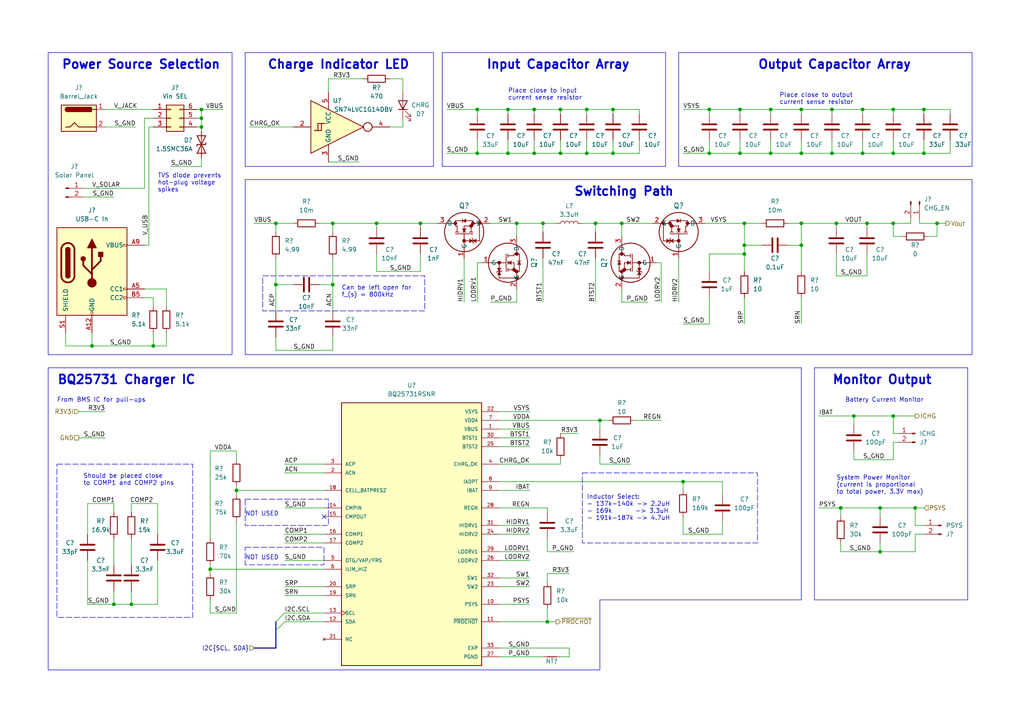
<source format=kicad_sch>
(kicad_sch (version 20231120) (generator "eeschema") (generator_version "8.0")
  (paper "A4")
  (title_block (title "MoP - Charging") (rev "0") (comment 1 "Matvey Regentov"))
  (lib_symbols
    (symbol "74xGxx:SN74LVC1G14DBV"
      (property "Reference" "U" (at -5.08 10.16 0))
      (property "Value" "SN74LVC1G14DBV" (at 20.32 10.16 0))
      (symbol "SN74LVC1G14DBV_1_1"
        (pin no_connect line (at 10.16 0 180) (length 5.08) hide (name "NC") (number "1"))
        (pin input line (at -10.16 0 0) (length 5.08) (name "~") (number "2"))
        (pin power_in line (at 0 -10.16 90) (length 5.08) (name "GND") (number "3"))
        (pin output line (at 17.78 0 180) (length 5.08) (name "~") (number "4"))
        (pin power_in line (at 0 10.16 270) (length 5.08) (name "VCC") (number "5"))
      )
    )
    (symbol "Connector:Barrel_Jack" (pin_names (offset 1.016))
      (property "Reference" "J" (at 0 5.334 0))
      (property "Value" "Barrel_Jack" (at 0 -5.08 0))
      (symbol "Barrel_Jack_1_1"
        (pin passive line (at 7.62 2.54 180) (length 2.54) (name "~") (number "1"))
        (pin passive line (at 7.62 -2.54 180) (length 2.54) (name "~") (number "2"))
      )
    )
    (symbol "Connector:Conn_01x02_Pin" (pin_names (offset 1.016) hide)
      (property "Reference" "J" (at 0 2.54 0))
      (property "Value" "Conn_01x02_Pin" (at 0 -5.08 0))
      (symbol "Conn_01x02_Pin_1_1"
        (pin passive line (at 5.08 0 180) (length 3.81) (name "Pin_1") (number "1"))
        (pin passive line (at 5.08 -2.54 180) (length 3.81) (name "Pin_2") (number "2"))
      )
    )
    (symbol "Connector:USB_C_Receptacle_PowerOnly_6P" (pin_names (offset 1.016))
      (property "Reference" "J" (at 0 16.51 0))
      (property "Value" "USB_C_Receptacle_PowerOnly_6P" (at 0 13.97 0))
      (symbol "USB_C_Receptacle_PowerOnly_6P_1_1"
        (pin passive line (at 0 -17.78 90) (length 5.08) (name "GND") (number "A12"))
        (pin bidirectional line (at 15.24 -5.08 180) (length 5.08) (name "CC1") (number "A5"))
        (pin passive line (at 15.24 7.62 180) (length 5.08) (name "VBUS") (number "A9"))
        (pin passive line (at 0 -17.78 90) (length 5.08) hide (name "GND") (number "B12"))
        (pin bidirectional line (at 15.24 -7.62 180) (length 5.08) (name "CC2") (number "B5"))
        (pin passive line (at 15.24 7.62 180) (length 5.08) hide (name "VBUS") (number "B9"))
        (pin passive line (at -7.62 -17.78 90) (length 5.08) (name "SHIELD") (number "S1"))
      )
    )
    (symbol "Connector_Generic:Conn_02x03_Counter_Clockwise" (pin_names (offset 1.016) hide)
      (property "Reference" "J" (at 1.27 5.08 0))
      (property "Value" "Conn_02x03_Counter_Clockwise" (at 1.27 -5.08 0))
      (symbol "Conn_02x03_Counter_Clockwise_1_1"
        (pin passive line (at -5.08 2.54 0) (length 3.81) (name "Pin_1") (number "1"))
        (pin passive line (at -5.08 0 0) (length 3.81) (name "Pin_2") (number "2"))
        (pin passive line (at -5.08 -2.54 0) (length 3.81) (name "Pin_3") (number "3"))
        (pin passive line (at 7.62 -2.54 180) (length 3.81) (name "Pin_4") (number "4"))
        (pin passive line (at 7.62 0 180) (length 3.81) (name "Pin_5") (number "5"))
        (pin passive line (at 7.62 2.54 180) (length 3.81) (name "Pin_6") (number "6"))
      )
    )
    (symbol "Device:C" (pin_numbers hide) (pin_names (offset 0.254))
      (property "Reference" "C" (at 0.635 2.54 0))
      (property "Value" "C" (at 0.635 -2.54 0))
      (symbol "C_1_1"
        (pin passive line (at 0 3.81 270) (length 2.794) (name "~") (number "1"))
        (pin passive line (at 0 -3.81 90) (length 2.794) (name "~") (number "2"))
      )
    )
    (symbol "Device:D_TVS" (pin_numbers hide) (pin_names (offset 1.016) hide)
      (property "Reference" "D" (at 0 2.54 0))
      (property "Value" "D_TVS" (at 0 -2.54 0))
      (symbol "D_TVS_1_1"
        (pin passive line (at -3.81 0 0) (length 2.54) (name "A1") (number "1"))
        (pin passive line (at 3.81 0 180) (length 2.54) (name "A2") (number "2"))
      )
    )
    (symbol "Device:L" (pin_numbers hide) (pin_names (offset 1.016) hide)
      (property "Reference" "L" (at -1.27 0 90))
      (property "Value" "L" (at 1.905 0 90))
      (symbol "L_1_1"
        (pin passive line (at 0 3.81 270) (length 1.27) (name "1") (number "1"))
        (pin passive line (at 0 -3.81 90) (length 1.27) (name "2") (number "2"))
      )
    )
    (symbol "Device:LED" (pin_numbers hide) (pin_names (offset 1.016) hide)
      (property "Reference" "D" (at 0 2.54 0))
      (property "Value" "LED" (at 0 -2.54 0))
      (symbol "LED_1_1"
        (pin passive line (at -3.81 0 0) (length 2.54) (name "K") (number "1"))
        (pin passive line (at 3.81 0 180) (length 2.54) (name "A") (number "2"))
      )
    )
    (symbol "Device:NetTie_2" (pin_numbers hide) (pin_names (offset 0) hide) (in_bom no)
      (property "Reference" "NT" (at 0 1.27 0))
      (property "Value" "NetTie_2" (at 0 -1.27 0))
      (symbol "NetTie_2_1_1"
        (pin passive line (at -2.54 0 0) (length 2.54) (name "1") (number "1"))
        (pin passive line (at 2.54 0 180) (length 2.54) (name "2") (number "2"))
      )
    )
    (symbol "Device:R" (pin_numbers hide) (pin_names (offset 0))
      (property "Reference" "R" (at 2.032 0 90))
      (property "Value" "R" (at 0 0 90))
      (symbol "R_1_1"
        (pin passive line (at 0 3.81 270) (length 1.27) (name "~") (number "1"))
        (pin passive line (at 0 -3.81 90) (length 1.27) (name "~") (number "2"))
      )
    )
    (symbol "MatsKiLibrary:BQ25731RSNR" (pin_names (offset 1.016))
      (property "Reference" "U" (at -20.32 38.608 0))
      (property "Value" "BQ25731RSNR" (at -20.32 -40.64 0))
      (symbol "BQ25731RSNR_0_0"
        (pin power_in line (at 25.4 30.48 180) (length 5.08) (name "VBUS") (number "1"))
        (pin output line (at 25.4 -20.32 180) (length 5.08) (name "PSYS") (number "10"))
        (pin output line (at 25.4 -25.4 180) (length 5.08) (name "~{PROCHOT}") (number "11"))
        (pin bidirectional line (at -25.4 -25.4 0) (length 5.08) (name "SDA") (number "12"))
        (pin input clock (at -25.4 -22.86 0) (length 5.08) (name "SCL") (number "13"))
        (pin input line (at -25.4 7.62 0) (length 5.08) (name "CMPIN") (number "14"))
        (pin output line (at -25.4 5.08 0) (length 5.08) (name "CMPOUT") (number "15"))
        (pin input line (at -25.4 0 0) (length 5.08) (name "COMP1") (number "16"))
        (pin input line (at -25.4 -2.54 0) (length 5.08) (name "COMP2") (number "17"))
        (pin input line (at -25.4 12.7 0) (length 5.08) (name "CELL_BATPRESZ") (number "18"))
        (pin input line (at -25.4 -17.78 0) (length 5.08) (name "SRN") (number "19"))
        (pin input line (at -25.4 17.78 0) (length 5.08) (name "ACN") (number "2"))
        (pin input line (at -25.4 -15.24 0) (length 5.08) (name "SRP") (number "20"))
        (pin no_connect line (at -25.4 -30.48 0) (length 5.08) (name "NC") (number "21"))
        (pin power_in line (at 25.4 35.56 180) (length 5.08) (name "VSYS") (number "22"))
        (pin output line (at 25.4 -15.24 180) (length 5.08) (name "SW2") (number "23"))
        (pin output line (at 25.4 0 180) (length 5.08) (name "HIDRV2") (number "24"))
        (pin power_in line (at 25.4 25.4 180) (length 5.08) (name "BTST2") (number "25"))
        (pin output line (at 25.4 -7.62 180) (length 5.08) (name "LODRV2") (number "26"))
        (pin power_in line (at 25.4 -35.56 180) (length 5.08) (name "PGND") (number "27"))
        (pin output line (at 25.4 7.62 180) (length 5.08) (name "REGN") (number "28"))
        (pin output line (at 25.4 -5.08 180) (length 5.08) (name "LODRV1") (number "29"))
        (pin input line (at -25.4 20.32 0) (length 5.08) (name "ACP") (number "3"))
        (pin power_in line (at 25.4 27.94 180) (length 5.08) (name "BTST1") (number "30"))
        (pin output line (at 25.4 2.54 180) (length 5.08) (name "HIDRV1") (number "31"))
        (pin output line (at 25.4 -12.7 180) (length 5.08) (name "SW1") (number "32"))
        (pin power_in line (at 25.4 -33.02 180) (length 5.08) (name "EXP") (number "33"))
        (pin output line (at 25.4 20.32 180) (length 5.08) (name "CHRG_OK") (number "4"))
        (pin input line (at -25.4 -7.62 0) (length 5.08) (name "OTG/VAP/FRS") (number "5"))
        (pin input line (at -25.4 -10.16 0) (length 5.08) (name "ILIM_HIZ") (number "6"))
        (pin power_in line (at 25.4 33.02 180) (length 5.08) (name "VDDA") (number "7"))
        (pin output line (at 25.4 15.24 180) (length 5.08) (name "IADPT") (number "8"))
        (pin output line (at 25.4 12.7 180) (length 5.08) (name "IBAT") (number "9"))
      )
    )
    (symbol "MatsKiLibrary:SSM3K341TU_LF" (pin_names (offset 0.254))
      (property "Reference" "Q" (at 3.81 1.27 0))
      (symbol "SSM3K341TU_LF_0_1"
        (pin unspecified line (at -11.43 0 0) (length 2.54) (name "G") (number "1"))
        (pin unspecified line (at -1.27 -7.62 90) (length 2.54) (name "S") (number "2"))
        (pin unspecified line (at -1.27 7.62 270) (length 2.54) (name "D") (number "3"))
      )
    )
  )
  (junction (at 177.8 44.45))
  (junction (at 33.02 175.26))
  (junction (at 223.52 44.45))
  (junction (at 259.08 120.65))
  (junction (at 214.63 31.75))
  (junction (at 267.97 44.45))
  (junction (at 251.46 64.77))
  (junction (at 180.34 64.77))
  (junction (at 121.92 64.77))
  (junction (at 243.84 147.32))
  (junction (at 58.42 36.83))
  (junction (at 223.52 31.75))
  (junction (at 267.97 31.75))
  (junction (at 205.74 44.45))
  (junction (at 170.18 31.75))
  (junction (at 214.63 44.45))
  (junction (at 173.99 121.92))
  (junction (at 68.58 142.24))
  (junction (at 158.75 180.34))
  (junction (at 38.1 175.26))
  (junction (at 215.9 73.66))
  (junction (at 157.48 64.77))
  (junction (at 138.43 44.45))
  (junction (at 232.41 71.12))
  (junction (at 96.52 64.77))
  (junction (at 60.96 165.1))
  (junction (at 250.19 44.45))
  (junction (at 162.56 31.75))
  (junction (at 241.3 44.45))
  (junction (at 170.18 44.45))
  (junction (at 162.56 44.45))
  (junction (at 96.52 82.55))
  (junction (at 58.42 34.29))
  (junction (at 205.74 31.75))
  (junction (at 58.42 31.75))
  (junction (at 198.12 139.7))
  (junction (at 247.65 120.65))
  (junction (at 255.27 160.02))
  (junction (at 177.8 31.75))
  (junction (at 138.43 31.75))
  (junction (at 259.08 64.77))
  (junction (at 259.08 44.45))
  (junction (at 109.22 64.77))
  (junction (at 149.86 64.77))
  (junction (at 241.3 31.75))
  (junction (at 172.72 64.77))
  (junction (at 259.08 31.75))
  (junction (at 80.01 82.55))
  (junction (at 232.41 64.77))
  (junction (at 154.94 31.75))
  (junction (at 80.01 64.77))
  (junction (at 265.43 147.32))
  (junction (at 232.41 31.75))
  (junction (at 250.19 31.75))
  (junction (at 44.45 100.33))
  (junction (at 147.32 44.45))
  (junction (at 215.9 71.12))
  (junction (at 154.94 44.45))
  (junction (at 147.32 31.75))
  (junction (at 26.67 100.33))
  (junction (at 255.27 147.32))
  (junction (at 271.78 64.77))
  (junction (at 242.57 64.77))
  (junction (at 232.41 44.45))
  (junction (at 215.9 64.77))
  (no_connect (at 93.98 149.86))
  (bus_entry (at 82.55 180.34) (size -2.54 2.54))
  (bus_entry (at 82.55 177.8) (size -2.54 2.54))
  (wire (pts (xy 82.55 172.72) (xy 93.98 172.72)))
  (wire (pts (xy 144.78 175.26) (xy 153.67 175.26)))
  (wire (pts (xy 209.55 143.51) (xy 209.55 139.7)))
  (wire (pts (xy 190.5 76.2) (xy 191.77 76.2)))
  (wire (pts (xy 138.43 76.2) (xy 138.43 87.63)))
  (wire (pts (xy 182.88 134.62) (xy 173.99 134.62)))
  (wire (pts (xy 38.1 146.05) (xy 45.72 146.05)))
  (wire (pts (xy 154.94 31.75) (xy 154.94 33.02)))
  (wire (pts (xy 96.52 64.77) (xy 109.22 64.77)))
  (wire (pts (xy 259.08 128.27) (xy 259.08 133.35)))
  (wire (pts (xy 173.99 121.92) (xy 176.53 121.92)))
  (wire (pts (xy 82.55 157.48) (xy 93.98 157.48)))
  (wire (pts (xy 205.74 73.66) (xy 215.9 73.66)))
  (wire (pts (xy 60.96 130.81) (xy 68.58 130.81)))
  (wire (pts (xy 144.78 119.38) (xy 153.67 119.38)))
  (wire (pts (xy 198.12 154.94) (xy 209.55 154.94)))
  (wire (pts (xy 237.49 120.65) (xy 247.65 120.65)))
  (wire (pts (xy 44.45 100.33) (xy 48.26 100.33)))
  (wire (pts (xy 144.78 127) (xy 153.67 127)))
  (wire (pts (xy 129.54 31.75) (xy 138.43 31.75)))
  (wire (pts (xy 232.41 64.77) (xy 242.57 64.77)))
  (wire (pts (xy 38.1 146.05) (xy 38.1 148.59)))
  (wire (pts (xy 172.72 74.93) (xy 172.72 87.63)))
  (wire (pts (xy 60.96 165.1) (xy 93.98 165.1)))
  (wire (pts (xy 157.48 64.77) (xy 161.29 64.77)))
  (wire (pts (xy 215.9 86.36) (xy 215.9 93.98)))
  (wire (pts (xy 80.01 97.79) (xy 80.01 101.6)))
  (wire (pts (xy 243.84 147.32) (xy 237.49 147.32)))
  (wire (pts (xy 25.4 175.26) (xy 25.4 162.56)))
  (wire (pts (xy 232.41 71.12) (xy 232.41 64.77)))
  (wire (pts (xy 109.22 64.77) (xy 121.92 64.77)))
  (polyline (pts (xy 13.97 194.31) (xy 13.97 106.68)))
  (wire (pts (xy 82.55 177.8) (xy 93.98 177.8)))
  (wire (pts (xy 232.41 40.64) (xy 232.41 44.45)))
  (wire (pts (xy 144.78 162.56) (xy 153.67 162.56)))
  (wire (pts (xy 266.7 63.5) (xy 266.7 64.77)))
  (wire (pts (xy 177.8 31.75) (xy 185.42 31.75)))
  (wire (pts (xy 19.05 100.33) (xy 26.67 100.33)))
  (wire (pts (xy 205.74 93.98) (xy 205.74 86.36)))
  (wire (pts (xy 96.52 64.77) (xy 92.71 64.77)))
  (wire (pts (xy 109.22 64.77) (xy 109.22 66.04)))
  (wire (pts (xy 48.26 96.52) (xy 48.26 100.33)))
  (wire (pts (xy 80.01 64.77) (xy 85.09 64.77)))
  (wire (pts (xy 205.74 78.74) (xy 205.74 73.66)))
  (wire (pts (xy 144.78 142.24) (xy 153.67 142.24)))
  (wire (pts (xy 265.43 154.94) (xy 267.97 154.94)))
  (wire (pts (xy 260.35 125.73) (xy 259.08 125.73)))
  (wire (pts (xy 259.08 125.73) (xy 259.08 120.65)))
  (wire (pts (xy 60.96 165.1) (xy 60.96 163.83)))
  (wire (pts (xy 24.13 57.15) (xy 33.02 57.15)))
  (polyline (pts (xy 232.41 173.99) (xy 173.99 173.99)))
  (wire (pts (xy 214.63 44.45) (xy 223.52 44.45)))
  (wire (pts (xy 275.59 40.64) (xy 275.59 44.45)))
  (wire (pts (xy 275.59 44.45) (xy 267.97 44.45)))
  (wire (pts (xy 144.78 167.64) (xy 153.67 167.64)))
  (wire (pts (xy 180.34 64.77) (xy 189.23 64.77)))
  (wire (pts (xy 223.52 31.75) (xy 232.41 31.75)))
  (wire (pts (xy 144.78 160.02) (xy 153.67 160.02)))
  (wire (pts (xy 271.78 64.77) (xy 274.32 64.77)))
  (wire (pts (xy 255.27 157.48) (xy 255.27 160.02)))
  (wire (pts (xy 25.4 146.05) (xy 33.02 146.05)))
  (wire (pts (xy 162.56 44.45) (xy 170.18 44.45)))
  (wire (pts (xy 165.1 166.37) (xy 158.75 166.37)))
  (wire (pts (xy 198.12 139.7) (xy 198.12 142.24)))
  (wire (pts (xy 205.74 40.64) (xy 205.74 44.45)))
  (wire (pts (xy 259.08 68.58) (xy 259.08 64.77)))
  (wire (pts (xy 172.72 64.77) (xy 180.34 64.77)))
  (wire (pts (xy 184.15 121.92) (xy 191.77 121.92)))
  (wire (pts (xy 259.08 120.65) (xy 265.43 120.65)))
  (wire (pts (xy 41.91 71.12) (xy 43.18 71.12)))
  (wire (pts (xy 266.7 64.77) (xy 271.78 64.77)))
  (wire (pts (xy 95.25 22.86) (xy 95.25 26.67)))
  (wire (pts (xy 158.75 148.59) (xy 158.75 147.32)))
  (wire (pts (xy 168.91 64.77) (xy 172.72 64.77)))
  (wire (pts (xy 243.84 157.48) (xy 243.84 160.02)))
  (wire (pts (xy 158.75 176.53) (xy 158.75 180.34)))
  (wire (pts (xy 82.55 180.34) (xy 93.98 180.34)))
  (wire (pts (xy 232.41 86.36) (xy 232.41 93.98)))
  (wire (pts (xy 209.55 151.13) (xy 209.55 154.94)))
  (wire (pts (xy 250.19 44.45) (xy 259.08 44.45)))
  (wire (pts (xy 251.46 66.04) (xy 251.46 64.77)))
  (wire (pts (xy 269.24 68.58) (xy 271.78 68.58)))
  (wire (pts (xy 177.8 44.45) (xy 185.42 44.45)))
  (wire (pts (xy 259.08 120.65) (xy 247.65 120.65)))
  (wire (pts (xy 196.85 74.93) (xy 196.85 87.63)))
  (wire (pts (xy 57.15 31.75) (xy 58.42 31.75)))
  (wire (pts (xy 215.9 64.77) (xy 220.98 64.77)))
  (wire (pts (xy 158.75 180.34) (xy 161.29 180.34)))
  (wire (pts (xy 72.39 36.83) (xy 85.09 36.83)))
  (wire (pts (xy 157.48 74.93) (xy 157.48 87.63)))
  (wire (pts (xy 134.62 74.93) (xy 134.62 87.63)))
  (wire (pts (xy 144.78 147.32) (xy 158.75 147.32)))
  (wire (pts (xy 116.84 26.67) (xy 116.84 22.86)))
  (wire (pts (xy 121.92 64.77) (xy 127 64.77)))
  (wire (pts (xy 109.22 73.66) (xy 109.22 78.74)))
  (wire (pts (xy 162.56 40.64) (xy 162.56 44.45)))
  (wire (pts (xy 154.94 31.75) (xy 162.56 31.75)))
  (wire (pts (xy 267.97 31.75) (xy 267.97 33.02)))
  (wire (pts (xy 33.02 171.45) (xy 33.02 175.26)))
  (polyline (pts (xy 173.99 194.31) (xy 13.97 194.31)))
  (wire (pts (xy 177.8 31.75) (xy 177.8 33.02)))
  (wire (pts (xy 144.78 152.4) (xy 153.67 152.4)))
  (wire (pts (xy 165.1 190.5) (xy 165.1 187.96)))
  (wire (pts (xy 25.4 175.26) (xy 33.02 175.26)))
  (wire (pts (xy 144.78 154.94) (xy 153.67 154.94)))
  (wire (pts (xy 154.94 44.45) (xy 162.56 44.45)))
  (wire (pts (xy 177.8 40.64) (xy 177.8 44.45)))
  (wire (pts (xy 44.45 96.52) (xy 44.45 100.33)))
  (wire (pts (xy 173.99 134.62) (xy 173.99 132.08)))
  (wire (pts (xy 44.45 88.9) (xy 44.45 86.36)))
  (wire (pts (xy 144.78 121.92) (xy 173.99 121.92)))
  (wire (pts (xy 138.43 76.2) (xy 139.7 76.2)))
  (wire (pts (xy 138.43 44.45) (xy 147.32 44.45)))
  (wire (pts (xy 173.99 121.92) (xy 173.99 124.46)))
  (wire (pts (xy 116.84 34.29) (xy 116.84 36.83)))
  (wire (pts (xy 60.96 177.8) (xy 60.96 173.99)))
  (wire (pts (xy 232.41 33.02) (xy 232.41 31.75)))
  (wire (pts (xy 149.86 64.77) (xy 149.86 68.58)))
  (polyline (pts (xy 13.97 106.68) (xy 232.41 106.68)))
  (wire (pts (xy 209.55 139.7) (xy 198.12 139.7)))
  (wire (pts (xy 204.47 64.77) (xy 215.9 64.77)))
  (wire (pts (xy 95.25 22.86) (xy 105.41 22.86)))
  (wire (pts (xy 259.08 40.64) (xy 259.08 44.45)))
  (wire (pts (xy 60.96 130.81) (xy 60.96 156.21)))
  (wire (pts (xy 162.56 133.35) (xy 162.56 134.62)))
  (wire (pts (xy 172.72 64.77) (xy 172.72 67.31)))
  (wire (pts (xy 41.91 54.61) (xy 41.91 34.29)))
  (wire (pts (xy 82.55 147.32) (xy 93.98 147.32)))
  (wire (pts (xy 33.02 156.21) (xy 33.02 163.83)))
  (wire (pts (xy 198.12 31.75) (xy 205.74 31.75)))
  (wire (pts (xy 243.84 160.02) (xy 255.27 160.02)))
  (wire (pts (xy 265.43 152.4) (xy 265.43 147.32)))
  (wire (pts (xy 92.71 82.55) (xy 96.52 82.55)))
  (wire (pts (xy 41.91 86.36) (xy 44.45 86.36)))
  (wire (pts (xy 68.58 133.35) (xy 68.58 130.81)))
  (wire (pts (xy 57.15 34.29) (xy 58.42 34.29)))
  (wire (pts (xy 223.52 40.64) (xy 223.52 44.45)))
  (wire (pts (xy 142.24 64.77) (xy 149.86 64.77)))
  (wire (pts (xy 247.65 133.35) (xy 247.65 130.81)))
  (wire (pts (xy 267.97 44.45) (xy 267.97 40.64)))
  (wire (pts (xy 58.42 31.75) (xy 58.42 34.29)))
  (wire (pts (xy 242.57 64.77) (xy 251.46 64.77)))
  (wire (pts (xy 33.02 146.05) (xy 33.02 148.59)))
  (wire (pts (xy 162.56 190.5) (xy 165.1 190.5)))
  (wire (pts (xy 30.48 31.75) (xy 44.45 31.75)))
  (wire (pts (xy 205.74 33.02) (xy 205.74 31.75)))
  (wire (pts (xy 38.1 156.21) (xy 38.1 163.83)))
  (wire (pts (xy 241.3 33.02) (xy 241.3 31.75)))
  (wire (pts (xy 232.41 64.77) (xy 228.6 64.77)))
  (wire (pts (xy 205.74 44.45) (xy 214.63 44.45)))
  (polyline (pts (xy 173.99 173.99) (xy 173.99 194.31)))
  (wire (pts (xy 147.32 44.45) (xy 154.94 44.45)))
  (wire (pts (xy 45.72 154.94) (xy 45.72 146.05)))
  (wire (pts (xy 265.43 147.32) (xy 255.27 147.32)))
  (wire (pts (xy 180.34 87.63) (xy 180.34 83.82)))
  (wire (pts (xy 214.63 40.64) (xy 214.63 44.45)))
  (wire (pts (xy 247.65 133.35) (xy 259.08 133.35)))
  (wire (pts (xy 265.43 160.02) (xy 265.43 154.94)))
  (wire (pts (xy 214.63 31.75) (xy 223.52 31.75)))
  (wire (pts (xy 162.56 31.75) (xy 162.56 33.02)))
  (wire (pts (xy 149.86 64.77) (xy 157.48 64.77)))
  (wire (pts (xy 80.01 67.31) (xy 80.01 64.77)))
  (wire (pts (xy 255.27 149.86) (xy 255.27 147.32)))
  (wire (pts (xy 96.52 82.55) (xy 96.52 90.17)))
  (wire (pts (xy 170.18 31.75) (xy 170.18 33.02)))
  (wire (pts (xy 80.01 74.93) (xy 80.01 82.55)))
  (wire (pts (xy 147.32 40.64) (xy 147.32 44.45)))
  (wire (pts (xy 259.08 44.45) (xy 267.97 44.45)))
  (wire (pts (xy 243.84 149.86) (xy 243.84 147.32)))
  (wire (pts (xy 259.08 33.02) (xy 259.08 31.75)))
  (wire (pts (xy 45.72 175.26) (xy 38.1 175.26)))
  (wire (pts (xy 158.75 166.37) (xy 158.75 168.91)))
  (wire (pts (xy 187.96 87.63) (xy 180.34 87.63)))
  (wire (pts (xy 41.91 83.82) (xy 48.26 83.82)))
  (wire (pts (xy 147.32 31.75) (xy 154.94 31.75)))
  (wire (pts (xy 142.24 87.63) (xy 149.86 87.63)))
  (wire (pts (xy 58.42 45.72) (xy 58.42 48.26)))
  (bus (pts (xy 80.01 180.34) (xy 80.01 182.88)))
  (wire (pts (xy 68.58 142.24) (xy 68.58 140.97)))
  (wire (pts (xy 250.19 31.75) (xy 259.08 31.75)))
  (wire (pts (xy 198.12 154.94) (xy 198.12 149.86)))
  (wire (pts (xy 267.97 31.75) (xy 259.08 31.75)))
  (wire (pts (xy 241.3 40.64) (xy 241.3 44.45)))
  (wire (pts (xy 215.9 71.12) (xy 220.98 71.12)))
  (wire (pts (xy 24.13 54.61) (xy 41.91 54.61)))
  (wire (pts (xy 158.75 160.02) (xy 158.75 156.21)))
  (wire (pts (xy 82.55 154.94) (xy 93.98 154.94)))
  (wire (pts (xy 170.18 44.45) (xy 177.8 44.45)))
  (wire (pts (xy 26.67 100.33) (xy 44.45 100.33)))
  (wire (pts (xy 232.41 44.45) (xy 241.3 44.45)))
  (wire (pts (xy 80.01 90.17) (xy 80.01 82.55)))
  (wire (pts (xy 232.41 78.74) (xy 232.41 71.12)))
  (polyline (pts (xy 232.41 106.68) (xy 232.41 173.99)))
  (wire (pts (xy 157.48 64.77) (xy 157.48 67.31)))
  (wire (pts (xy 121.92 78.74) (xy 121.92 73.66)))
  (wire (pts (xy 138.43 40.64) (xy 138.43 44.45)))
  (wire (pts (xy 26.67 96.52) (xy 26.67 100.33)))
  (wire (pts (xy 215.9 71.12) (xy 215.9 64.77)))
  (wire (pts (xy 223.52 33.02) (xy 223.52 31.75)))
  (wire (pts (xy 250.19 33.02) (xy 250.19 31.75)))
  (wire (pts (xy 255.27 147.32) (xy 243.84 147.32)))
  (wire (pts (xy 58.42 36.83) (xy 58.42 38.1)))
  (wire (pts (xy 198.12 93.98) (xy 205.74 93.98)))
  (wire (pts (xy 167.64 125.73) (xy 162.56 125.73)))
  (wire (pts (xy 241.3 31.75) (xy 250.19 31.75)))
  (wire (pts (xy 260.35 128.27) (xy 259.08 128.27)))
  (wire (pts (xy 198.12 44.45) (xy 205.74 44.45)))
  (wire (pts (xy 170.18 40.64) (xy 170.18 44.45)))
  (wire (pts (xy 58.42 36.83) (xy 58.42 34.29)))
  (wire (pts (xy 44.45 36.83) (xy 43.18 36.83)))
  (wire (pts (xy 33.02 175.26) (xy 38.1 175.26)))
  (wire (pts (xy 43.18 36.83) (xy 43.18 71.12)))
  (wire (pts (xy 82.55 134.62) (xy 93.98 134.62)))
  (wire (pts (xy 96.52 101.6) (xy 96.52 97.79)))
  (wire (pts (xy 138.43 31.75) (xy 147.32 31.75)))
  (wire (pts (xy 275.59 33.02) (xy 275.59 31.75)))
  (wire (pts (xy 45.72 162.56) (xy 45.72 175.26)))
  (wire (pts (xy 223.52 44.45) (xy 232.41 44.45)))
  (wire (pts (xy 60.96 177.8) (xy 68.58 177.8)))
  (wire (pts (xy 267.97 152.4) (xy 265.43 152.4)))
  (wire (pts (xy 149.86 87.63) (xy 149.86 83.82)))
  (wire (pts (xy 215.9 73.66) (xy 215.9 71.12)))
  (wire (pts (xy 68.58 142.24) (xy 93.98 142.24)))
  (wire (pts (xy 170.18 31.75) (xy 177.8 31.75)))
  (wire (pts (xy 251.46 80.01) (xy 251.46 73.66)))
  (wire (pts (xy 144.78 129.54) (xy 153.67 129.54)))
  (wire (pts (xy 48.26 83.82) (xy 48.26 88.9)))
  (wire (pts (xy 144.78 139.7) (xy 198.12 139.7)))
  (wire (pts (xy 228.6 71.12) (xy 232.41 71.12)))
  (wire (pts (xy 232.41 31.75) (xy 241.3 31.75)))
  (wire (pts (xy 144.78 124.46) (xy 153.67 124.46)))
  (wire (pts (xy 271.78 68.58) (xy 271.78 64.77)))
  (wire (pts (xy 25.4 154.94) (xy 25.4 146.05)))
  (wire (pts (xy 191.77 87.63) (xy 191.77 76.2)))
  (wire (pts (xy 73.66 64.77) (xy 80.01 64.77)))
  (bus (pts (xy 80.01 182.88) (xy 80.01 187.96)))
  (wire (pts (xy 247.65 120.65) (xy 247.65 123.19)))
  (wire (pts (xy 242.57 73.66) (xy 242.57 80.01)))
  (wire (pts (xy 22.86 127) (xy 30.48 127)))
  (wire (pts (xy 264.16 64.77) (xy 259.08 64.77)))
  (wire (pts (xy 138.43 33.02) (xy 138.43 31.75)))
  (wire (pts (xy 116.84 36.83) (xy 113.03 36.83)))
  (wire (pts (xy 144.78 190.5) (xy 157.48 190.5)))
  (wire (pts (xy 250.19 40.64) (xy 250.19 44.45)))
  (wire (pts (xy 96.52 67.31) (xy 96.52 64.77)))
  (wire (pts (xy 147.32 33.02) (xy 147.32 31.75)))
  (wire (pts (xy 242.57 80.01) (xy 251.46 80.01)))
  (wire (pts (xy 154.94 40.64) (xy 154.94 44.45)))
  (wire (pts (xy 267.97 31.75) (xy 275.59 31.75)))
  (wire (pts (xy 261.62 68.58) (xy 259.08 68.58)))
  (wire (pts (xy 162.56 31.75) (xy 170.18 31.75)))
  (wire (pts (xy 166.37 160.02) (xy 158.75 160.02)))
  (wire (pts (xy 259.08 64.77) (xy 251.46 64.77)))
  (wire (pts (xy 38.1 171.45) (xy 38.1 175.26)))
  (wire (pts (xy 144.78 180.34) (xy 158.75 180.34)))
  (wire (pts (xy 205.74 31.75) (xy 214.63 31.75)))
  (bus (pts (xy 73.66 187.96) (xy 80.01 187.96)))
  (wire (pts (xy 49.53 48.26) (xy 58.42 48.26)))
  (wire (pts (xy 82.55 162.56) (xy 93.98 162.56)))
  (wire (pts (xy 144.78 134.62) (xy 162.56 134.62)))
  (wire (pts (xy 121.92 66.04) (xy 121.92 64.77)))
  (wire (pts (xy 185.42 40.64) (xy 185.42 44.45)))
  (wire (pts (xy 96.52 74.93) (xy 96.52 82.55)))
  (wire (pts (xy 30.48 36.83) (xy 39.37 36.83)))
  (wire (pts (xy 57.15 36.83) (xy 58.42 36.83)))
  (wire (pts (xy 68.58 151.13) (xy 68.58 177.8)))
  (wire (pts (xy 68.58 142.24) (xy 68.58 143.51)))
  (wire (pts (xy 264.16 63.5) (xy 264.16 64.77)))
  (wire (pts (xy 241.3 44.45) (xy 250.19 44.45)))
  (wire (pts (xy 144.78 187.96) (xy 165.1 187.96)))
  (wire (pts (xy 144.78 170.18) (xy 153.67 170.18)))
  (wire (pts (xy 58.42 31.75) (xy 64.77 31.75)))
  (wire (pts (xy 109.22 78.74) (xy 121.92 78.74)))
  (wire (pts (xy 19.05 96.52) (xy 19.05 100.33)))
  (wire (pts (xy 180.34 64.77) (xy 180.34 68.58)))
  (wire (pts (xy 95.25 46.99) (xy 104.14 46.99)))
  (wire (pts (xy 41.91 34.29) (xy 44.45 34.29)))
  (wire (pts (xy 80.01 82.55) (xy 85.09 82.55)))
  (wire (pts (xy 215.9 78.74) (xy 215.9 73.66)))
  (wire (pts (xy 265.43 147.32) (xy 267.97 147.32)))
  (wire (pts (xy 185.42 31.75) (xy 185.42 33.02)))
  (wire (pts (xy 82.55 137.16) (xy 93.98 137.16)))
  (wire (pts (xy 82.55 170.18) (xy 93.98 170.18)))
  (wire (pts (xy 255.27 160.02) (xy 265.43 160.02)))
  (wire (pts (xy 242.57 66.04) (xy 242.57 64.77)))
  (wire (pts (xy 129.54 44.45) (xy 138.43 44.45)))
  (wire (pts (xy 22.86 119.38) (xy 30.48 119.38)))
  (wire (pts (xy 80.01 101.6) (xy 96.52 101.6)))
  (wire (pts (xy 60.96 165.1) (xy 60.96 166.37)))
  (wire (pts (xy 116.84 22.86) (xy 113.03 22.86)))
  (wire (pts (xy 214.63 33.02) (xy 214.63 31.75)))
  (rectangle (start 71.12 158.75) (end 93.98 163.83) (stroke (width 0) (type dash)))
  (rectangle (start 71.12 15.24) (end 125.73 48.26))
  (rectangle (start 236.22 106.68) (end 280.67 173.99))
  (rectangle (start 71.12 52.07) (end 281.94 102.87))
  (rectangle (start 13.97 15.24) (end 67.31 102.87))
  (rectangle (start 128.27 15.24) (end 193.04 48.26))
  (rectangle (start 16.51 134.62) (end 55.88 179.07) (stroke (width 0) (type dash)))
  (rectangle (start 71.12 144.78) (end 95.25 152.4) (stroke (width 0) (type dash)))
  (rectangle (start 196.85 15.24) (end 281.94 48.26))
  (rectangle (start 168.91 137.16) (end 219.71 157.48) (stroke (width 0) (type dash)))
  (rectangle (start 76.2 80.01) (end 123.19 90.17) (stroke (width 0) (type dash)))
  (text "Power Source Selection" (at 17.78 20.32 0) (effects (font (size 2.54 2.54) (thickness 0.508) (bold yes)) (justify left bottom)))
  (text "NOT USED" (at 71.12 162.56 0) (effects (font (size 1.27 1.27)) (justify left bottom)))
  (text "Input Capacitor Array" (at 140.97 20.32 0) (effects (font (size 2.54 2.54) (thickness 0.508) (bold yes)) (justify left bottom)))
  (text "Output Capacitor Array" (at 219.71 20.32 0) (effects (font (size 2.54 2.54) (thickness 0.508) (bold yes)) (justify left bottom)))
  (text "Switching Path" (at 166.37 57.15 0) (effects (font (size 2.54 2.54) (thickness 0.508) (bold yes)) (justify left bottom)))
  (text "Can be left open for\nf_(s) = 800kHz" (at 99.06 86.36 0) (effects (font (size 1.27 1.27)) (justify left bottom)))
  (text "Inductor Select:\n- 137k-140k -> 2.2uH\n- 169k       -> 3.3uH\n- 191k-187k -> 4.7uH" (at 170.18 151.13 0) (effects (font (size 1.27 1.27)) (justify left bottom)))
  (text "Battery Current Monitor" (at 245.11 116.84 0) (effects (font (size 1.27 1.27)) (justify left bottom)))
  (text "Place close to output\ncurrent sense resistor" (at 226.06 30.48 0) (effects (font (size 1.27 1.27)) (justify left bottom)))
  (text "Place close to input\ncurrent sense resistor" (at 147.32 29.21 0) (effects (font (size 1.27 1.27)) (justify left bottom)))
  (text "TVS diode prevents\nhot-plug voltage\nspikes" (at 45.72 55.88 0) (effects (font (size 1.27 1.27)) (justify left bottom)))
  (text "NOT USED" (at 71.12 149.86 0) (effects (font (size 1.27 1.27)) (justify left bottom)))
  (text "Should be placed close\nto COMP1 and COMP2 pins" (at 24.13 140.97 0) (effects (font (size 1.27 1.27)) (justify left bottom)))
  (text "From BMS IC for pull-ups" (at 16.51 116.84 0) (effects (font (size 1.27 1.27)) (justify left bottom)))
  (text "System Power Monitor\n(current is proportional\nto total power, 3.3V max)" (at 242.57 143.51 0) (effects (font (size 1.27 1.27)) (justify left bottom)))
  (text "Monitor Output" (at 241.3 111.76 0) (effects (font (size 2.54 2.54) (thickness 0.508) (bold yes)) (justify left bottom)))
  (text "BQ25731 Charger IC" (at 16.51 111.76 0) (effects (font (size 2.54 2.54) (thickness 0.508) (bold yes)) (justify left bottom)))
  (text "Charge Indicator LED" (at 77.47 20.32 0) (effects (font (size 2.54 2.54) (thickness 0.508) (bold yes)) (justify left bottom)))
  (label "R3V3" (at 165.1 166.37 180))
  (label "COMP1" (at 26.67 146.05 0))
  (label "SW2" (at 153.67 170.18 180))
  (label "PSYS" (at 153.67 175.26 180))
  (label "SRN" (at 232.41 93.98 90))
  (label "S_GND" (at 113.03 78.74 0))
  (label "VSYS" (at 198.12 31.75 0))
  (label "S_GND" (at 85.09 101.6 0))
  (label "VSYS" (at 210.82 64.77 180))
  (label "COMP1" (at 82.55 154.94 0))
  (label "P_GND" (at 166.37 160.02 180))
  (label "S_GND" (at 39.37 36.83 180))
  (label "HIDRV2" (at 196.85 87.63 90))
  (label "CHRG_OK" (at 153.67 134.62 180))
  (label "HIDRV2" (at 153.67 154.94 180))
  (label "S_GND" (at 30.48 127 180))
  (label "S_GND" (at 62.23 177.8 0))
  (label "CHRG_OK" (at 72.39 36.83 0))
  (label "BTST2" (at 153.67 129.54 180))
  (label "VDDA" (at 62.23 130.81 0))
  (label "SW1" (at 148.59 64.77 180))
  (label "S_GND" (at 243.84 80.01 0))
  (label "LODRV1" (at 153.67 160.02 180))
  (label "REGN" (at 191.77 121.92 180))
  (label "S_GND" (at 38.1 100.33 180))
  (label "I2C.SDA" (at 82.55 180.34 0))
  (label "I2C.SCL" (at 82.55 177.8 0))
  (label "V_JACK" (at 33.02 31.75 0))
  (label "S_GND" (at 182.88 134.62 180))
  (label "ACN" (at 96.52 88.9 90))
  (label "S_GND" (at 25.4 175.26 0))
  (label "S_GND" (at 129.54 44.45 0))
  (label "V_SOLAR" (at 26.67 54.61 0))
  (label "LODRV2" (at 191.77 87.63 90))
  (label "VDDA" (at 153.67 121.92 180))
  (label "SRN" (at 82.55 172.72 0))
  (label "S_GND" (at 82.55 147.32 0))
  (label "SRP" (at 82.55 170.18 0))
  (label "BTST1" (at 153.67 127 180))
  (label "COMP2" (at 82.55 157.48 0))
  (label "LODRV1" (at 138.43 87.63 90))
  (label "R3V3" (at 167.64 125.73 180))
  (label "VBUS" (at 129.54 31.75 0))
  (label "P_GND" (at 153.67 190.5 180))
  (label "IBAT" (at 153.67 142.24 180))
  (label "BTST1" (at 157.48 87.63 90))
  (label "HIDRV1" (at 134.62 87.63 90))
  (label "REGN" (at 153.67 147.32 180))
  (label "P_GND" (at 142.24 87.63 0))
  (label "S_GND" (at 198.12 44.45 0))
  (label "VSYS" (at 153.67 119.38 180))
  (label "S_GND" (at 256.54 133.35 180))
  (label "S_GND" (at 49.53 48.26 0))
  (label "S_GND" (at 82.55 162.56 0))
  (label "R3V3" (at 101.6 22.86 180))
  (label "BTST2" (at 172.72 87.63 90))
  (label "COMP2" (at 44.45 146.05 180))
  (label "R3V3" (at 30.48 119.38 180))
  (label "IBAT" (at 237.49 120.65 0))
  (label "S_GND" (at 198.12 93.98 0))
  (label "SRP" (at 215.9 93.98 90))
  (label "VBUS" (at 153.67 124.46 180))
  (label "PSYS" (at 237.49 147.32 0))
  (label "ACP" (at 82.55 134.62 0))
  (label "S_GND" (at 246.38 160.02 0))
  (label "VBUS" (at 73.66 64.77 0))
  (label "VOUT" (at 245.11 64.77 0))
  (label "ACP" (at 80.01 88.9 90))
  (label "P_GND" (at 187.96 87.63 180))
  (label "SW2" (at 181.61 64.77 0))
  (label "ACN" (at 82.55 137.16 0))
  (label "S_GND" (at 205.74 154.94 180))
  (label "SW1" (at 153.67 167.64 180))
  (label "S_GND" (at 33.02 57.15 180))
  (label "HIDRV1" (at 153.67 152.4 180))
  (label "S_GND" (at 153.67 187.96 180))
  (label "VBUS" (at 64.77 31.75 180))
  (label "LODRV2" (at 153.67 162.56 180))
  (label "V_USB" (at 43.18 62.23 270))
  (label "S_GND" (at 104.14 46.99 180))
  (hierarchical_label "ICHG" (shape output) (at 265.43 120.65 0))
  (hierarchical_label "GND" (shape passive) (at 22.86 127 180))
  (hierarchical_label "R3V3I" (shape input) (at 22.86 119.38 180))
  (hierarchical_label "PSYS" (shape input) (at 267.97 147.32 0))
  (hierarchical_label "I2C{SCL, SDA}" (shape input) (at 73.66 187.96 180))
  (hierarchical_label "V_{OUT}" (shape output) (at 274.32 64.77 0))
  (hierarchical_label "~{PROCHOT}" (shape output) (at 161.29 180.34 0))
  (symbol (lib_id "Device:C") (at 259.08 36.83 180) (unit 1)
    (property "Reference" "C?" (at 262.89 39.37 0))
    (property "Value" "10uF" (at 262.89 41.91 0))
  )
  (symbol (lib_id "Device:R") (at 243.84 153.67 180) (unit 1)
    (property "Reference" "R?" (at 246.38 152.4 0) (effects (justify right)))
    (property "Value" "30k" (at 246.38 154.94 0) (effects (justify right)))
  )
  (symbol (lib_id "Device:C") (at 33.02 167.64 0) (unit 1)
    (property "Reference" "C?" (at 29.21 162.56 0))
    (property "Value" "3.3nF" (at 29.21 165.1 0))
  )
  (symbol (lib_id "Connector:Conn_01x02_Pin") (at 266.7 58.42 270) (unit 1)
    (property "Reference" "J?" (at 267.97 57.785 90) (effects (justify left)))
    (property "Value" "CHG_EN" (at 267.97 60.325 90) (effects (justify left)))
    (property "Footprint" "Connector_PinHeader_2.54mm:PinHeader_1x02_P2.54mm_Vertical" (effects (hide yes)))
  )
  (symbol (lib_id "Device:C") (at 247.65 127 180) (unit 1)
    (property "Reference" "C?" (at 254 125.73 0))
    (property "Value" "100pF" (at 254 128.27 0))
  )
  (symbol (lib_id "Device:R") (at 198.12 146.05 180) (unit 1)
    (property "Reference" "R?" (at 200.66 144.78 0) (effects (justify right)))
    (property "Value" "169k" (at 200.66 147.32 0) (effects (justify right)))
  )
  (symbol (lib_id "MatsKiLibrary:SSM3K341TU_LF") (at 134.62 63.5 90) (unit 1)
    (property "Reference" "Q?" (at 134.62 59.69 90) (effects (font (size 1.524 1.524))))
    (property "Value" "SSM3K341TU_LF" (effects (hide yes)))
    (property "Footprint" "MatsLibrary:SOT-323F_2-2U1S_UFM_TOS" (effects (hide yes)))
    (property "Datasheet" "https://toshiba.semicon-storage.com/info/SSM3K341TU_datasheet_en_20220311.pdf?did=56017&prodName=SSM3K341TU" (effects (hide yes)))
  )
  (symbol (lib_id "Device:C") (at 25.4 158.75 180) (unit 1)
    (property "Reference" "C?" (at 20.32 157.48 0))
    (property "Value" "33pF" (at 20.32 160.02 0))
  )
  (symbol (lib_id "Device:C") (at 173.99 128.27 180) (unit 1)
    (property "Reference" "C?" (at 179.07 127 0))
    (property "Value" "1uF" (at 179.07 129.54 0))
  )
  (symbol (lib_id "Device:R") (at 265.43 68.58 90) (unit 1)
    (property "Reference" "R?" (at 265.43 71.12 90))
    (property "Value" "0" (at 265.43 73.66 90))
  )
  (symbol (lib_id "Device:C") (at 157.48 71.12 180) (unit 1)
    (property "Reference" "C?" (at 161.29 73.66 0))
    (property "Value" "47nF" (at 161.29 76.2 0))
  )
  (symbol (lib_id "Device:C") (at 147.32 36.83 180) (unit 1)
    (property "Reference" "C?" (at 151.13 39.37 0))
    (property "Value" "10uF" (at 151.13 41.91 0))
  )
  (symbol (lib_id "Device:C") (at 209.55 147.32 180) (unit 1)
    (property "Reference" "C?" (at 215.9 144.78 0))
    (property "Value" "100pF" (at 215.9 147.32 0))
  )
  (symbol (lib_id "Device:C") (at 109.22 69.85 180) (unit 1)
    (property "Reference" "C?" (at 113.03 72.39 0))
    (property "Value" "10nF" (at 113.03 74.93 0))
  )
  (symbol (lib_id "Device:R") (at 88.9 64.77 90) (unit 1)
    (property "Reference" "R?" (at 88.9 58.42 90))
    (property "Value" "10m" (at 88.9 60.96 90))
  )
  (symbol (lib_id "Device:R") (at 232.41 82.55 180) (unit 1)
    (property "Reference" "R?" (at 234.95 81.28 0) (effects (justify right)))
    (property "Value" "10" (at 234.95 83.82 0) (effects (justify right)))
  )
  (symbol (lib_id "Device:C") (at 170.18 36.83 180) (unit 1)
    (property "Reference" "C?" (at 173.99 39.37 0))
    (property "Value" "10uF" (at 173.99 41.91 0))
  )
  (symbol (lib_id "Device:C") (at 267.97 36.83 180) (unit 1)
    (property "Reference" "C?" (at 271.78 39.37 0))
    (property "Value" "33uF" (at 271.78 41.91 0))
  )
  (symbol (lib_id "Device:C") (at 205.74 36.83 180) (unit 1)
    (property "Reference" "C?" (at 209.55 39.37 0))
    (property "Value" "10uF" (at 209.55 41.91 0))
  )
  (symbol (lib_id "Device:C") (at 172.72 71.12 180) (unit 1)
    (property "Reference" "C?" (at 168.91 73.66 0))
    (property "Value" "47nF" (at 168.91 76.2 0))
  )
  (symbol (lib_id "Device:C") (at 232.41 36.83 180) (unit 1)
    (property "Reference" "C?" (at 236.22 39.37 0))
    (property "Value" "10uF" (at 236.22 41.91 0))
  )
  (symbol (lib_id "Device:C") (at 38.1 167.64 0) (mirror y) (unit 1)
    (property "Reference" "C?" (at 41.91 162.56 0))
    (property "Value" "3.3nF" (at 41.91 165.1 0))
  )
  (symbol (lib_id "Device:R") (at 180.34 121.92 270) (unit 1)
    (property "Reference" "R?" (at 180.34 116.84 90))
    (property "Value" "10" (at 180.34 119.38 90))
  )
  (symbol (lib_id "Device:C") (at 80.01 93.98 180) (unit 1)
    (property "Reference" "C?" (at 85.09 92.71 0))
    (property "Value" "33nF" (at 85.09 95.25 0))
  )
  (symbol (lib_id "Device:C") (at 96.52 93.98 180) (unit 1)
    (property "Reference" "C?" (at 101.6 92.71 0))
    (property "Value" "33nF" (at 101.6 95.25 0))
  )
  (symbol (lib_id "Connector:Barrel_Jack") (at 22.86 34.29 0) (unit 1)
    (property "Reference" "J?" (at 22.86 25.4 0))
    (property "Value" "Barrel_Jack" (at 22.86 27.94 0))
  )
  (symbol (lib_id "Device:C") (at 154.94 36.83 180) (unit 1)
    (property "Reference" "C?" (at 158.75 39.37 0))
    (property "Value" "10uF" (at 158.75 41.91 0))
  )
  (symbol (lib_id "Connector_Generic:Conn_02x03_Counter_Clockwise") (at 49.53 34.29 0) (unit 1)
    (property "Reference" "J?" (at 50.8 25.4 0))
    (property "Value" "Vin SEL" (at 50.8 27.94 0))
  )
  (symbol (lib_id "Device:C") (at 88.9 82.55 90) (unit 1)
    (property "Reference" "C?" (at 88.9 86.36 90))
    (property "Value" "10nF" (at 88.9 88.9 90))
  )
  (symbol (lib_id "MatsKiLibrary:SSM3K341TU_LF") (at 151.13 76.2 0) (unit 1)
    (property "Reference" "Q?" (at 154.94 76.2 90) (effects (font (size 1.524 1.524))))
    (property "Value" "SSM3K341TU_LF" (effects (hide yes)))
    (property "Footprint" "MatsLibrary:SOT-323F_2-2U1S_UFM_TOS" (effects (hide yes)))
    (property "Datasheet" "https://toshiba.semicon-storage.com/info/SSM3K341TU_datasheet_en_20220311.pdf?did=56017&prodName=SSM3K341TU" (effects (hide yes)))
  )
  (symbol (lib_id "Device:C") (at 241.3 36.83 180) (unit 1)
    (property "Reference" "C?" (at 245.11 39.37 0))
    (property "Value" "10uF" (at 245.11 41.91 0))
  )
  (symbol (lib_id "Device:L") (at 165.1 64.77 90) (unit 1)
    (property "Reference" "L?" (at 165.1 59.69 90))
    (property "Value" "3.3uH" (at 165.1 62.23 90))
    (property "DigiKey#" "308-2465-1-ND" (effects (hide yes)))
    (property "P#" "0630CDMCCDS-3R3MC" (effects (hide yes)))
  )
  (symbol (lib_id "Device:R") (at 162.56 129.54 180) (unit 1)
    (property "Reference" "R?" (at 158.75 128.27 0))
    (property "Value" "10k" (at 158.75 130.81 0))
  )
  (symbol (lib_id "Connector:Conn_01x02_Pin") (at 265.43 125.73 0) (mirror y) (unit 1)
    (property "Reference" "J?" (at 266.7 128.27 0) (effects (justify right)))
    (property "Value" "ICHG" (at 266.7 125.73 0) (effects (justify right)))
    (property "Footprint" "Connector_PinHeader_2.54mm:PinHeader_1x02_P2.54mm_Vertical" (effects (hide yes)))
  )
  (symbol (lib_id "Device:C") (at 242.57 69.85 180) (unit 1)
    (property "Reference" "C?" (at 246.38 72.39 0))
    (property "Value" "10uF" (at 246.38 74.93 0))
  )
  (symbol (lib_id "Device:R") (at 33.02 152.4 0) (unit 1)
    (property "Reference" "R?" (at 29.21 151.13 0))
    (property "Value" "16.9k" (at 29.21 153.67 0))
  )
  (symbol (lib_id "Device:C") (at 138.43 36.83 180) (unit 1)
    (property "Reference" "C?" (at 142.24 39.37 0))
    (property "Value" "33uF" (at 142.24 41.91 0))
  )
  (symbol (lib_id "Device:C") (at 158.75 152.4 180) (unit 1)
    (property "Reference" "C?" (at 165.1 151.13 0))
    (property "Value" "3.3uF" (at 165.1 153.67 0))
  )
  (symbol (lib_id "Device:LED") (at 116.84 30.48 90) (unit 1)
    (property "Reference" "D?" (at 121.92 33.02 90))
    (property "Value" "CHRG" (at 121.92 30.48 90))
  )
  (symbol (lib_id "Device:C") (at 185.42 36.83 180) (unit 1)
    (property "Reference" "C?" (at 189.23 39.37 0))
    (property "Value" "10uF" (at 189.23 41.91 0))
  )
  (symbol (lib_id "Device:C") (at 45.72 158.75 0) (mirror x) (unit 1)
    (property "Reference" "C?" (at 50.8 157.48 0))
    (property "Value" "3.3uF" (at 50.8 160.02 0))
  )
  (symbol (lib_id "MatsKiLibrary:BQ25731RSNR") (at 119.38 154.94 0) (unit 1)
    (property "Reference" "U?" (at 119.38 111.76 0))
    (property "Value" "BQ25731RSNR" (at 119.38 114.3 0))
    (property "Footprint" "MatsLibrary:QFN40P400X400X80-33N" (effects (hide yes)))
    (property "PARTREV" "Rev. A" (effects (hide yes)))
    (property "SNAPEDA_PN" "BQ25731RSNR" (effects (hide yes)))
    (property "MANUFACTURER" "Texas Instruments" (effects (hide yes)))
    (property "MAXIMUM_PACKAGE_HEIGHT" "0.8 mm" (effects (hide yes)))
    (property "STANDARD" "IPC-7351B" (effects (hide yes)))
  )
  (symbol (lib_id "Device:R") (at 224.79 64.77 90) (unit 1)
    (property "Reference" "R?" (at 224.79 58.42 90))
    (property "Value" "10m" (at 224.79 60.96 90))
  )
  (symbol (lib_id "Device:R") (at 68.58 147.32 180) (unit 1)
    (property "Reference" "R?" (at 62.23 146.05 0) (effects (justify right)))
    (property "Value" "75k" (at 62.23 148.59 0) (effects (justify right)))
  )
  (symbol (lib_id "Device:R") (at 60.96 160.02 180) (unit 1)
    (property "Reference" "R?" (at 63.5 158.75 0) (effects (justify right)))
    (property "Value" "70k" (at 63.5 161.29 0) (effects (justify right)))
  )
  (symbol (lib_id "Device:C") (at 255.27 153.67 180) (unit 1)
    (property "Reference" "C?" (at 261.62 152.4 0))
    (property "Value" "100pF" (at 261.62 154.94 0))
  )
  (symbol (lib_id "Device:C") (at 250.19 36.83 180) (unit 1)
    (property "Reference" "C?" (at 254 39.37 0))
    (property "Value" "10uF" (at 254 41.91 0))
  )
  (symbol (lib_id "Connector:USB_C_Receptacle_PowerOnly_6P") (at 26.67 78.74 0) (unit 1)
    (property "Reference" "J?" (at 26.67 60.96 0))
    (property "Value" "USB-C In" (at 26.67 63.5 0))
    (property "Footprint" "Connector_USB:USB_C_Receptacle_GCT_USB4125-xx-x_6P_TopMnt_Horizontal" (effects (hide yes)))
    (property "Datasheet" "https://www.usb.org/sites/default/files/documents/usb_type-c.zip" (effects (hide yes)))
  )
  (symbol (lib_id "Device:R") (at 80.01 71.12 180) (unit 1)
    (property "Reference" "R?" (at 82.55 69.85 0) (effects (justify right)))
    (property "Value" "4.99" (at 82.55 72.39 0) (effects (justify right)))
  )
  (symbol (lib_id "Device:R") (at 48.26 92.71 180) (unit 1)
    (property "Reference" "R?" (at 50.8 91.44 0) (effects (justify right)))
    (property "Value" "5.1k" (at 50.8 93.98 0) (effects (justify right)))
  )
  (symbol (lib_id "Connector:Conn_01x02_Pin") (at 273.05 152.4 0) (mirror y) (unit 1)
    (property "Reference" "J?" (at 274.32 154.94 0) (effects (justify right)))
    (property "Value" "PSYS" (at 274.32 152.4 0) (effects (justify right)))
    (property "Footprint" "Connector_PinHeader_2.54mm:PinHeader_1x02_P2.54mm_Vertical" (effects (hide yes)))
  )
  (symbol (lib_id "MatsKiLibrary:SSM3K341TU_LF") (at 196.85 63.5 270) (mirror x) (unit 1)
    (property "Reference" "Q?" (at 196.85 59.69 90) (effects (font (size 1.524 1.524))))
    (property "Value" "SSM3K341TU_LF" (effects (hide yes)))
    (property "Footprint" "MatsLibrary:SOT-323F_2-2U1S_UFM_TOS" (effects (hide yes)))
    (property "Datasheet" "https://toshiba.semicon-storage.com/info/SSM3K341TU_datasheet_en_20220311.pdf?did=56017&prodName=SSM3K341TU" (effects (hide yes)))
  )
  (symbol (lib_id "Device:C") (at 275.59 36.83 180) (unit 1)
    (property "Reference" "C?" (at 279.4 39.37 0))
    (property "Value" "33uF" (at 279.4 41.91 0))
  )
  (symbol (lib_id "Device:C") (at 214.63 36.83 180) (unit 1)
    (property "Reference" "C?" (at 218.44 39.37 0))
    (property "Value" "10uF" (at 218.44 41.91 0))
  )
  (symbol (lib_id "Device:R") (at 96.52 71.12 180) (unit 1)
    (property "Reference" "R?" (at 99.06 69.85 0) (effects (justify right)))
    (property "Value" "4.99" (at 99.06 72.39 0) (effects (justify right)))
  )
  (symbol (lib_id "Device:C") (at 121.92 69.85 180) (unit 1)
    (property "Reference" "C?" (at 125.73 72.39 0))
    (property "Value" "1nF" (at 125.73 74.93 0))
  )
  (symbol (lib_id "Device:R") (at 68.58 137.16 180) (unit 1)
    (property "Reference" "R?" (at 62.23 135.89 0) (effects (justify right)))
    (property "Value" "25k" (at 62.23 138.43 0) (effects (justify right)))
  )
  (symbol (lib_id "Device:C") (at 223.52 36.83 180) (unit 1)
    (property "Reference" "C?" (at 227.33 39.37 0))
    (property "Value" "10uF" (at 227.33 41.91 0))
  )
  (symbol (lib_id "Device:D_TVS") (at 58.42 41.91 90) (mirror x) (unit 1)
    (property "Reference" "D?" (at 55.88 40.64 90) (effects (justify left)))
    (property "Value" "1.5SMC36A" (at 55.88 43.18 90) (effects (justify left)))
    (property "Footprint" "Diode_SMD:D_SMC" (effects (hide yes)))
  )
  (symbol (lib_id "Device:R") (at 158.75 172.72 180) (unit 1)
    (property "Reference" "R?" (at 161.29 171.45 0) (effects (justify right)))
    (property "Value" "10k" (at 161.29 173.99 0) (effects (justify right)))
  )
  (symbol (lib_id "MatsKiLibrary:SSM3K341TU_LF") (at 179.07 76.2 0) (mirror y) (unit 1)
    (property "Reference" "Q?" (at 175.26 76.2 90) (effects (font (size 1.524 1.524))))
    (property "Value" "SSM3K341TU_LF" (effects (hide yes)))
    (property "Footprint" "MatsLibrary:SOT-323F_2-2U1S_UFM_TOS" (effects (hide yes)))
    (property "Datasheet" "https://toshiba.semicon-storage.com/info/SSM3K341TU_datasheet_en_20220311.pdf?did=56017&prodName=SSM3K341TU" (effects (hide yes)))
  )
  (symbol (lib_id "Device:R") (at 215.9 82.55 180) (unit 1)
    (property "Reference" "R?" (at 218.44 81.28 0) (effects (justify right)))
    (property "Value" "10" (at 218.44 83.82 0) (effects (justify right)))
  )
  (symbol (lib_id "Device:C") (at 251.46 69.85 180) (unit 1)
    (property "Reference" "C?" (at 255.27 72.39 0))
    (property "Value" "10uF" (at 255.27 74.93 0))
  )
  (symbol (lib_id "Device:C") (at 162.56 36.83 180) (unit 1)
    (property "Reference" "C?" (at 166.37 39.37 0))
    (property "Value" "10uF" (at 166.37 41.91 0))
  )
  (symbol (lib_id "Device:R") (at 44.45 92.71 180) (unit 1)
    (property "Reference" "R?" (at 38.1 91.44 0) (effects (justify right)))
    (property "Value" "5.1k" (at 38.1 93.98 0) (effects (justify right)))
  )
  (symbol (lib_id "Connector:Conn_01x02_Pin") (at 19.05 54.61 0) (unit 1)
    (property "Reference" "J?" (at 21.59 48.26 0))
    (property "Value" "Solar Panel" (at 21.59 50.8 0))
  )
  (symbol (lib_id "Device:R") (at 38.1 152.4 0) (mirror x) (unit 1)
    (property "Reference" "R?" (at 41.91 151.13 0))
    (property "Value" "15k" (at 41.91 153.67 0))
  )
  (symbol (lib_id "Device:C") (at 205.74 82.55 180) (unit 1)
    (property "Reference" "C?" (at 210.82 81.28 0))
    (property "Value" "1uF" (at 210.82 83.82 0))
  )
  (symbol (lib_id "Device:C") (at 224.79 71.12 90) (unit 1)
    (property "Reference" "C?" (at 224.79 74.93 90))
    (property "Value" "0.1uF" (at 224.79 77.47 90))
  )
  (symbol (lib_id "Device:R") (at 60.96 170.18 180) (unit 1)
    (property "Reference" "R?" (at 63.5 168.91 0) (effects (justify right)))
    (property "Value" "30k" (at 63.5 171.45 0) (effects (justify right)))
  )
  (symbol (lib_id "74xGxx:SN74LVC1G14DBV") (at 95.25 36.83 0) (unit 1)
    (property "Reference" "U?" (at 97.79 29.21 0))
    (property "Value" "SN74LVC1G14DBV" (at 105.41 31.75 0))
    (property "Footprint" "Package_TO_SOT_SMD:SOT-23-5" (effects (hide yes)))
    (property "Datasheet" "http://www.ti.com/lit/ds/symlink/sn74lvc1g14.pdf" (effects (hide yes)))
  )
  (symbol (lib_id "Device:C") (at 177.8 36.83 180) (unit 1)
    (property "Reference" "C?" (at 181.61 39.37 0))
    (property "Value" "10uF" (at 181.61 41.91 0))
  )
  (symbol (lib_id "Device:NetTie_2") (at 160.02 190.5 0) (unit 1) (in_bom no)
    (property "Reference" "NT?" (at 160.02 191.77 0))
    (property "Value" "NetTie_2" (effects (hide yes)))
  )
  (symbol (lib_id "Device:R") (at 109.22 22.86 270) (unit 1)
    (property "Reference" "R?" (at 109.22 25.4 90))
    (property "Value" "470" (at 109.22 27.94 90))
  )
)
</source>
